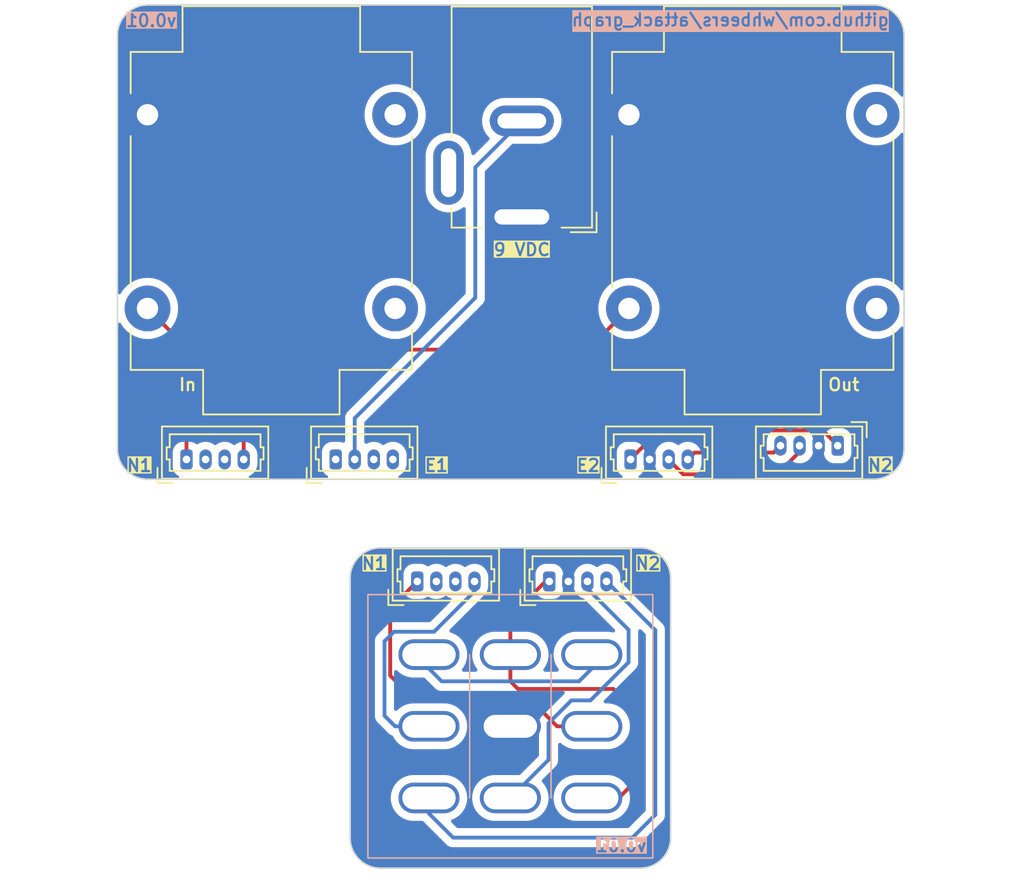
<source format=kicad_pcb>
(kicad_pcb (version 20221018) (generator pcbnew)
  (title_block (title "Attack Graph - Edge and Node") (date "2023-03-01") (rev "v0.01") (comment 1 "github.com/whbeers/attack_graph"))
  (layers (0 "F.Cu" signal) (31 "B.Cu" signal) (36 "B.SilkS" user "B.Silkscreen") (37 "F.SilkS" user "F.Silkscreen") (38 "B.Mask" user) (39 "F.Mask" user) (44 "Edge.Cuts" user))
  (net 0 "")
  (net 1 "/DC_SHIELD")
  (net 2 "Net-(SW1A-A1)")
  (net 3 "/GND_EDGE")
  (net 4 "/INPUT_TIP_EDGE")
  (net 5 "/OUTPUT_TIP_EDGE")
  (net 6 "/EFFECT_INPUT_EDGE")
  (net 7 "/FS_EDGE")
  (net 8 "/EFFECT_OUTPUT_EDGE")
  (net 9 "/INPUT_TIP_NODE")
  (net 10 "/OUTPUT_TIP_NODE")
  (net 11 "/EFFECT_INPUT_NODE")
  (net 12 "/GND_NODE")
  (net 13 "/FS_NODE")
  (net 14 "/EFFECT_OUTPUT_NODE")
  (footprint "Connector_Molex:Molex_PicoBlade_53047-0410_1x04_P1.25mm_Vertical" (layer "F.Cu") (at 62.15 44.25 180)
    (fp_text reference "J7")
    (fp_text value "Edge/Node Connector 2 (Edge Side)")
    (fp_text user "N2 " (at -3.1 -1.3 unlocked) (layer "F.SilkS" knockout) (effects (font (size 0.8 0.8))))
    (fp_line (start -1.9 1.55) (end -1.9 0.55) (stroke (width 0.12)) (layer "F.SilkS"))
    (fp_line (start -1.9 1.55) (end -0.9 1.55) (stroke (width 0.12)) (layer "F.SilkS"))
    (fp_line (start -1.61 -2.16) (end -1.61 1.26) (stroke (width 0.12)) (layer "F.SilkS"))
    (fp_line (start -1.61 1.26) (end 5.36 1.26) (stroke (width 0.12)) (layer "F.SilkS"))
    (fp_line (start -1.3 -0.8) (end -1.1 -0.8) (stroke (width 0.12)) (layer "F.SilkS"))
    (fp_line (start -1.3 0) (end -1.3 -0.8) (stroke (width 0.12)) (layer "F.SilkS"))
    (fp_line (start -1.1 -1.65) (end 1.875 -1.65) (stroke (width 0.12)) (layer "F.SilkS"))
    (fp_line (start -1.1 -0.8) (end -1.1 -1.65) (stroke (width 0.12)) (layer "F.SilkS"))
    (fp_line (start -1.1 0) (end -1.3 0) (stroke (width 0.12)) (layer "F.SilkS"))
    (fp_line (start -1.1 0.75) (end -1.1 0) (stroke (width 0.12)) (layer "F.SilkS"))
    (fp_line (start 1.875 0.75) (end -1.1 0.75) (stroke (width 0.12)) (layer "F.SilkS"))
    (fp_line (start 1.875 0.75) (end 4.85 0.75) (stroke (width 0.12)) (layer "F.SilkS"))
    (fp_line (start 4.85 -1.65) (end 1.875 -1.65) (stroke (width 0.12)) (layer "F.SilkS"))
    (fp_line (start 4.85 -0.8) (end 4.85 -1.65) (stroke (width 0.12)) (layer "F.SilkS"))
    (fp_line (start 4.85 0) (end 5.05 0) (stroke (width 0.12)) (layer "F.SilkS"))
    (fp_line (start 4.85 0.75) (end 4.85 0) (stroke (width 0.12)) (layer "F.SilkS"))
    (fp_line (start 5.05 -0.8) (end 4.85 -0.8) (stroke (width 0.12)) (layer "F.SilkS"))
    (fp_line (start 5.05 0) (end 5.05 -0.8) (stroke (width 0.12)) (layer "F.SilkS"))
    (fp_line (start 5.36 -2.16) (end -1.61 -2.16) (stroke (width 0.12)) (layer "F.SilkS"))
    (fp_line (start 5.36 1.26) (end 5.36 -2.16) (stroke (width 0.12)) (layer "F.SilkS"))
    (pad "1" thru_hole roundrect (at 0 0 180) (size 0.8 1.3) (drill 0.5) (layers "*.Cu" "*.Mask") (net 6 "/EFFECT_INPUT_EDGE"))
    (pad "2" thru_hole oval (at 1.25 0 180) (size 0.8 1.3) (drill 0.5) (layers "*.Cu" "*.Mask") (net 3 "/GND_EDGE"))
    (pad "3" thru_hole oval (at 2.5 0 180) (size 0.8 1.3) (drill 0.5) (layers "*.Cu" "*.Mask") (net 7 "/FS_EDGE"))
    (pad "4" thru_hole oval (at 3.75 0 180) (size 0.8 1.3) (drill 0.5) (layers "*.Cu" "*.Mask") (net 8 "/EFFECT_OUTPUT_EDGE"))
  )
  (footprint "Connector_Audio:Jack_6.35mm_Neutrik_NMJ4HCD2_Horizontal" (layer "F.Cu") (at 16.92 35.25 90)
    (fp_text reference "J1")
    (fp_text value "In" (at -5 2.63 180) (layer "F.SilkS" knockout) (effects (font (size 0.8 0.8))))
    (fp_line (start -6.95 3.645) (end -4.03 3.645) (stroke (width 0.12)) (layer "F.SilkS"))
    (fp_line (start -6.95 12.545) (end -6.95 3.645) (stroke (width 0.12)) (layer "F.SilkS"))
    (fp_line (start -6.95 12.585) (end -4.03 12.585) (stroke (width 0.12)) (layer "F.SilkS"))
    (fp_line (start -4.03 -1.105) (end -1.4 -1.105) (stroke (width 0.12)) (layer "F.SilkS"))
    (fp_line (start -4.03 3.645) (end -4.03 -1.105) (stroke (width 0.12)) (layer "F.SilkS"))
    (fp_line (start -4.03 17.335) (end -4.03 12.585) (stroke (width 0.12)) (layer "F.SilkS"))
    (fp_line (start -1.4 17.335) (end -4.03 17.335) (stroke (width 0.12)) (layer "F.SilkS"))
    (fp_line (start 1.4 -1.105) (end 11.3 -1.105) (stroke (width 0.12)) (layer "F.SilkS"))
    (fp_line (start 11.3 17.335) (end 1.4 17.335) (stroke (width 0.12)) (layer "F.SilkS"))
    (fp_line (start 16.82 -1.105) (end 14.1 -1.105) (stroke (width 0.12)) (layer "F.SilkS"))
    (fp_line (start 16.82 2.295) (end 16.82 -1.105) (stroke (width 0.12)) (layer "F.SilkS"))
    (fp_line (start 16.82 2.295) (end 19.82 2.295) (stroke (width 0.12)) (layer "F.SilkS"))
    (fp_line (start 16.82 13.935) (end 19.82 13.935) (stroke (width 0.12)) (layer "F.SilkS"))
    (fp_line (start 16.82 17.335) (end 14.1 17.335) (stroke (width 0.12)) (layer "F.SilkS"))
    (fp_line (start 16.82 17.335) (end 16.82 13.935) (stroke (width 0.12)) (layer "F.SilkS"))
    (fp_line (start 19.82 13.935) (end 19.82 2.295) (stroke (width 0.12)) (layer "F.SilkS"))
    (pad "S" thru_hole circle (at 12.7 0 90) (size 3 3) (drill 1.4) (layers "*.Cu" "*.Mask") (net 3 "/GND_EDGE"))
    (pad "SN" thru_hole circle (at 12.7 16.23 90) (size 3 3) (drill 1.4) (layers "*.Cu" "*.Mask"))
    (pad "T" thru_hole circle (at 0 0 90) (size 3 3) (drill 1.4) (layers "*.Cu" "*.Mask") (net 4 "/INPUT_TIP_EDGE"))
    (pad "TN" thru_hole circle (at 0 16.23 90) (size 3 3) (drill 1.4) (layers "*.Cu" "*.Mask"))
  )
  (footprint "Connector_Molex:Molex_PicoBlade_53047-0410_1x04_P1.25mm_Vertical" (layer "F.Cu") (at 48.575 45.15)
    (fp_text reference "J5")
    (fp_text value "Edge/Effect Connector 2 (Edge Side)")
    (fp_text user "E2" (at -2.775 0.4 unlocked) (layer "F.SilkS" knockout) (effects (font (size 0.8 0.8))))
    (fp_line (start -1.9 1.55) (end -1.9 0.55) (stroke (width 0.12)) (layer "F.SilkS"))
    (fp_line (start -1.9 1.55) (end -0.9 1.55) (stroke (width 0.12)) (layer "F.SilkS"))
    (fp_line (start -1.61 -2.16) (end -1.61 1.26) (stroke (width 0.12)) (layer "F.SilkS"))
    (fp_line (start -1.61 1.26) (end 5.36 1.26) (stroke (width 0.12)) (layer "F.SilkS"))
    (fp_line (start -1.3 -0.8) (end -1.1 -0.8) (stroke (width 0.12)) (layer "F.SilkS"))
    (fp_line (start -1.3 0) (end -1.3 -0.8) (stroke (width 0.12)) (layer "F.SilkS"))
    (fp_line (start -1.1 -1.65) (end 1.875 -1.65) (stroke (width 0.12)) (layer "F.SilkS"))
    (fp_line (start -1.1 -0.8) (end -1.1 -1.65) (stroke (width 0.12)) (layer "F.SilkS"))
    (fp_line (start -1.1 0) (end -1.3 0) (stroke (width 0.12)) (layer "F.SilkS"))
    (fp_line (start -1.1 0.75) (end -1.1 0) (stroke (width 0.12)) (layer "F.SilkS"))
    (fp_line (start 1.875 0.75) (end -1.1 0.75) (stroke (width 0.12)) (layer "F.SilkS"))
    (fp_line (start 1.875 0.75) (end 4.85 0.75) (stroke (width 0.12)) (layer "F.SilkS"))
    (fp_line (start 4.85 -1.65) (end 1.875 -1.65) (stroke (width 0.12)) (layer "F.SilkS"))
    (fp_line (start 4.85 -0.8) (end 4.85 -1.65) (stroke (width 0.12)) (layer "F.SilkS"))
    (fp_line (start 4.85 0) (end 5.05 0) (stroke (width 0.12)) (layer "F.SilkS"))
    (fp_line (start 4.85 0.75) (end 4.85 0) (stroke (width 0.12)) (layer "F.SilkS"))
    (fp_line (start 5.05 -0.8) (end 4.85 -0.8) (stroke (width 0.12)) (layer "F.SilkS"))
    (fp_line (start 5.05 0) (end 5.05 -0.8) (stroke (width 0.12)) (layer "F.SilkS"))
    (fp_line (start 5.36 -2.16) (end -1.61 -2.16) (stroke (width 0.12)) (layer "F.SilkS"))
    (fp_line (start 5.36 1.26) (end 5.36 -2.16) (stroke (width 0.12)) (layer "F.SilkS"))
    (pad "1" thru_hole roundrect (at 0 0) (size 0.8 1.3) (drill 0.5) (layers "*.Cu" "*.Mask") (net 6 "/EFFECT_INPUT_EDGE"))
    (pad "2" thru_hole oval (at 1.25 0) (size 0.8 1.3) (drill 0.5) (layers "*.Cu" "*.Mask") (net 3 "/GND_EDGE"))
    (pad "3" thru_hole oval (at 2.5 0) (size 0.8 1.3) (drill 0.5) (layers "*.Cu" "*.Mask") (net 7 "/FS_EDGE"))
    (pad "4" thru_hole oval (at 3.75 0) (size 0.8 1.3) (drill 0.5) (layers "*.Cu" "*.Mask") (net 8 "/EFFECT_OUTPUT_EDGE"))
  )
  (footprint "Connector_BarrelJack:BarrelJack_GCT_DCJ200-10-A_Horizontal" (layer "F.Cu") (at 41.45 29.25 180)
    (fp_text reference "J3")
    (fp_text value "DC Power")
    (fp_text user "9 VDC" (at 0 -2.15 180) (layer "F.SilkS" knockout) (effects (font (size 0.8 0.8))))
    (fp_line (start -4.9 -1) (end -4.9 0.3) (stroke (width 0.12)) (layer "F.SilkS"))
    (fp_line (start -4.6 -0.7) (end -2.6 -0.7) (stroke (width 0.12)) (layer "F.SilkS"))
    (fp_line (start -4.6 13.8) (end -4.6 -0.7) (stroke (width 0.12)) (layer "F.SilkS"))
    (fp_line (start -3.2 -1) (end -4.9 -1) (stroke (width 0.12)) (layer "F.SilkS"))
    (fp_line (start 2.6 -0.7) (end 4.6 -0.7) (stroke (width 0.12)) (layer "F.SilkS"))
    (fp_line (start 4.6 -0.7) (end 4.6 0.6) (stroke (width 0.12)) (layer "F.SilkS"))
    (fp_line (start 4.6 5.2) (end 4.6 13.8) (stroke (width 0.12)) (layer "F.SilkS"))
    (fp_line (start 4.6 13.8) (end -4.6 13.8) (stroke (width 0.12)) (layer "F.SilkS"))
    (pad "1" thru_hole rect (at 0 0 180) (size 4.6 2) (drill oval 3.6 1) (layers "*.Cu" "*.Mask") (net 3 "/GND_EDGE"))
    (pad "2" thru_hole oval (at 0 6.3 180) (size 4.2 2) (drill oval 3.2 1) (layers "*.Cu" "*.Mask") (net 1 "/DC_SHIELD"))
    (pad "3" thru_hole oval (at 4.8 2.9 180) (size 2 4.2) (drill oval 1 3.2) (layers "*.Cu" "*.Mask"))
  )
  (footprint "Connector_Molex:Molex_PicoBlade_53047-0410_1x04_P1.25mm_Vertical" (layer "F.Cu") (at 29.25 45.15)
    (fp_text reference "J4")
    (fp_text value "Edge/Effect Connector 1 (Edge Side)")
    (fp_text user "E1" (at 6.6 0.4 unlocked) (layer "F.SilkS" knockout) (effects (font (size 0.8 0.8))))
    (fp_line (start -1.9 1.55) (end -1.9 0.55) (stroke (width 0.12)) (layer "F.SilkS"))
    (fp_line (start -1.9 1.55) (end -0.9 1.55) (stroke (width 0.12)) (layer "F.SilkS"))
    (fp_line (start -1.61 -2.16) (end -1.61 1.26) (stroke (width 0.12)) (layer "F.SilkS"))
    (fp_line (start -1.61 1.26) (end 5.36 1.26) (stroke (width 0.12)) (layer "F.SilkS"))
    (fp_line (start -1.3 -0.8) (end -1.1 -0.8) (stroke (width 0.12)) (layer "F.SilkS"))
    (fp_line (start -1.3 0) (end -1.3 -0.8) (stroke (width 0.12)) (layer "F.SilkS"))
    (fp_line (start -1.1 -1.65) (end 1.875 -1.65) (stroke (width 0.12)) (layer "F.SilkS"))
    (fp_line (start -1.1 -0.8) (end -1.1 -1.65) (stroke (width 0.12)) (layer "F.SilkS"))
    (fp_line (start -1.1 0) (end -1.3 0) (stroke (width 0.12)) (layer "F.SilkS"))
    (fp_line (start -1.1 0.75) (end -1.1 0) (stroke (width 0.12)) (layer "F.SilkS"))
    (fp_line (start 1.875 0.75) (end -1.1 0.75) (stroke (width 0.12)) (layer "F.SilkS"))
    (fp_line (start 1.875 0.75) (end 4.85 0.75) (stroke (width 0.12)) (layer "F.SilkS"))
    (fp_line (start 4.85 -1.65) (end 1.875 -1.65) (stroke (width 0.12)) (layer "F.SilkS"))
    (fp_line (start 4.85 -0.8) (end 4.85 -1.65) (stroke (width 0.12)) (layer "F.SilkS"))
    (fp_line (start 4.85 0) (end 5.05 0) (stroke (width 0.12)) (layer "F.SilkS"))
    (fp_line (start 4.85 0.75) (end 4.85 0) (stroke (width 0.12)) (layer "F.SilkS"))
    (fp_line (start 5.05 -0.8) (end 4.85 -0.8) (stroke (width 0.12)) (layer "F.SilkS"))
    (fp_line (start 5.05 0) (end 5.05 -0.8) (stroke (width 0.12)) (layer "F.SilkS"))
    (fp_line (start 5.36 -2.16) (end -1.61 -2.16) (stroke (width 0.12)) (layer "F.SilkS"))
    (fp_line (start 5.36 1.26) (end 5.36 -2.16) (stroke (width 0.12)) (layer "F.SilkS"))
    (pad "1" thru_hole roundrect (at 0 0) (size 0.8 1.3) (drill 0.5) (layers "*.Cu" "*.Mask"))
    (pad "2" thru_hole oval (at 1.25 0) (size 0.8 1.3) (drill 0.5) (layers "*.Cu" "*.Mask") (net 1 "/DC_SHIELD"))
    (pad "3" thru_hole oval (at 2.5 0) (size 0.8 1.3) (drill 0.5) (layers "*.Cu" "*.Mask"))
    (pad "4" thru_hole oval (at 3.75 0) (size 0.8 1.3) (drill 0.5) (layers "*.Cu" "*.Mask"))
  )
  (footprint "Connector_Molex:Molex_PicoBlade_53047-0410_1x04_P1.25mm_Vertical" (layer "F.Cu") (at 19.475 45.15)
    (fp_text reference "J6")
    (fp_text value "Edge/Node Connector 1 (Edge Side)")
    (fp_text user " N1" (at -3.4 0.4 unlocked) (layer "F.SilkS" knockout) (effects (font (size 0.8 0.8))))
    (fp_line (start -1.9 1.55) (end -1.9 0.55) (stroke (width 0.12)) (layer "F.SilkS"))
    (fp_line (start -1.9 1.55) (end -0.9 1.55) (stroke (width 0.12)) (layer "F.SilkS"))
    (fp_line (start -1.61 -2.16) (end -1.61 1.26) (stroke (width 0.12)) (layer "F.SilkS"))
    (fp_line (start -1.61 1.26) (end 5.36 1.26) (stroke (width 0.12)) (layer "F.SilkS"))
    (fp_line (start -1.3 -0.8) (end -1.1 -0.8) (stroke (width 0.12)) (layer "F.SilkS"))
    (fp_line (start -1.3 0) (end -1.3 -0.8) (stroke (width 0.12)) (layer "F.SilkS"))
    (fp_line (start -1.1 -1.65) (end 1.875 -1.65) (stroke (width 0.12)) (layer "F.SilkS"))
    (fp_line (start -1.1 -0.8) (end -1.1 -1.65) (stroke (width 0.12)) (layer "F.SilkS"))
    (fp_line (start -1.1 0) (end -1.3 0) (stroke (width 0.12)) (layer "F.SilkS"))
    (fp_line (start -1.1 0.75) (end -1.1 0) (stroke (width 0.12)) (layer "F.SilkS"))
    (fp_line (start 1.875 0.75) (end -1.1 0.75) (stroke (width 0.12)) (layer "F.SilkS"))
    (fp_line (start 1.875 0.75) (end 4.85 0.75) (stroke (width 0.12)) (layer "F.SilkS"))
    (fp_line (start 4.85 -1.65) (end 1.875 -1.65) (stroke (width 0.12)) (layer "F.SilkS"))
    (fp_line (start 4.85 -0.8) (end 4.85 -1.65) (stroke (width 0.12)) (layer "F.SilkS"))
    (fp_line (start 4.85 0) (end 5.05 0) (stroke (width 0.12)) (layer "F.SilkS"))
    (fp_line (start 4.85 0.75) (end 4.85 0) (stroke (width 0.12)) (layer "F.SilkS"))
    (fp_line (start 5.05 -0.8) (end 4.85 -0.8) (stroke (width 0.12)) (layer "F.SilkS"))
    (fp_line (start 5.05 0) (end 5.05 -0.8) (stroke (width 0.12)) (layer "F.SilkS"))
    (fp_line (start 5.36 -2.16) (end -1.61 -2.16) (stroke (width 0.12)) (layer "F.SilkS"))
    (fp_line (start 5.36 1.26) (end 5.36 -2.16) (stroke (width 0.12)) (layer "F.SilkS"))
    (pad "1" thru_hole roundrect (at 0 0) (size 0.8 1.3) (drill 0.5) (layers "*.Cu" "*.Mask") (net 4 "/INPUT_TIP_EDGE"))
    (pad "2" thru_hole oval (at 1.25 0) (size 0.8 1.3) (drill 0.5) (layers "*.Cu" "*.Mask"))
    (pad "3" thru_hole oval (at 2.5 0) (size 0.8 1.3) (drill 0.5) (layers "*.Cu" "*.Mask"))
    (pad "4" thru_hole oval (at 3.75 0) (size 0.8 1.3) (drill 0.5) (layers "*.Cu" "*.Mask") (net 5 "/OUTPUT_TIP_EDGE"))
  )
  (footprint "Connector_Molex:Molex_PicoBlade_53047-0410_1x04_P1.25mm_Vertical" (layer "F.Cu") (at 43.25 53.15)
    (fp_text reference "J9")
    (fp_text value "Edge/Node Connector 2 (Node Side)")
    (fp_text user "N2 " (at 6.775 -0.7 unlocked) (layer "F.SilkS" knockout) (effects (font (size 0.8 0.8)) (justify bottom)))
    (fp_line (start -1.9 1.55) (end -1.9 0.55) (stroke (width 0.12)) (layer "F.SilkS"))
    (fp_line (start -1.9 1.55) (end -0.9 1.55) (stroke (width 0.12)) (layer "F.SilkS"))
    (fp_line (start -1.61 -2.16) (end -1.61 1.26) (stroke (width 0.12)) (layer "F.SilkS"))
    (fp_line (start -1.61 1.26) (end 5.36 1.26) (stroke (width 0.12)) (layer "F.SilkS"))
    (fp_line (start -1.3 -0.8) (end -1.1 -0.8) (stroke (width 0.12)) (layer "F.SilkS"))
    (fp_line (start -1.3 0) (end -1.3 -0.8) (stroke (width 0.12)) (layer "F.SilkS"))
    (fp_line (start -1.1 -1.65) (end 1.875 -1.65) (stroke (width 0.12)) (layer "F.SilkS"))
    (fp_line (start -1.1 -0.8) (end -1.1 -1.65) (stroke (width 0.12)) (layer "F.SilkS"))
    (fp_line (start -1.1 0) (end -1.3 0) (stroke (width 0.12)) (layer "F.SilkS"))
    (fp_line (start -1.1 0.75) (end -1.1 0) (stroke (width 0.12)) (layer "F.SilkS"))
    (fp_line (start 1.875 0.75) (end -1.1 0.75) (stroke (width 0.12)) (layer "F.SilkS"))
    (fp_line (start 1.875 0.75) (end 4.85 0.75) (stroke (width 0.12)) (layer "F.SilkS"))
    (fp_line (start 4.85 -1.65) (end 1.875 -1.65) (stroke (width 0.12)) (layer "F.SilkS"))
    (fp_line (start 4.85 -0.8) (end 4.85 -1.65) (stroke (width 0.12)) (layer "F.SilkS"))
    (fp_line (start 4.85 0) (end 5.05 0) (stroke (width 0.12)) (layer "F.SilkS"))
    (fp_line (start 4.85 0.75) (end 4.85 0) (stroke (width 0.12)) (layer "F.SilkS"))
    (fp_line (start 5.05 -0.8) (end 4.85 -0.8) (stroke (width 0.12)) (layer "F.SilkS"))
    (fp_line (start 5.05 0) (end 5.05 -0.8) (stroke (width 0.12)) (layer "F.SilkS"))
    (fp_line (start 5.36 -2.16) (end -1.61 -2.16) (stroke (width 0.12)) (layer "F.SilkS"))
    (fp_line (start 5.36 1.26) (end 5.36 -2.16) (stroke (width 0.12)) (layer "F.SilkS"))
    (pad "1" thru_hole roundrect (at 0 0) (size 0.8 1.3) (drill 0.5) (layers "*.Cu" "*.Mask") (net 11 "/EFFECT_INPUT_NODE"))
    (pad "2" thru_hole oval (at 1.25 0) (size 0.8 1.3) (drill 0.5) (layers "*.Cu" "*.Mask") (net 12 "/GND_NODE"))
    (pad "3" thru_hole oval (at 2.5 0) (size 0.8 1.3) (drill 0.5) (layers "*.Cu" "*.Mask") (net 13 "/FS_NODE"))
    (pad "4" thru_hole oval (at 3.75 0) (size 0.8 1.3) (drill 0.5) (layers "*.Cu" "*.Mask") (net 14 "/EFFECT_OUTPUT_NODE"))
  )
  (footprint "Connector_Molex:Molex_PicoBlade_53047-0410_1x04_P1.25mm_Vertical" (layer "F.Cu") (at 34.6 53.15)
    (fp_text reference "J8")
    (fp_text value "Edge/Node Connector 1 (Node Side)")
    (fp_text user " N1" (at -3.125 -0.7 unlocked) (layer "F.SilkS" knockout) (effects (font (size 0.8 0.8)) (justify bottom)))
    (fp_line (start -1.9 1.55) (end -1.9 0.55) (stroke (width 0.12)) (layer "F.SilkS"))
    (fp_line (start -1.9 1.55) (end -0.9 1.55) (stroke (width 0.12)) (layer "F.SilkS"))
    (fp_line (start -1.61 -2.16) (end -1.61 1.26) (stroke (width 0.12)) (layer "F.SilkS"))
    (fp_line (start -1.61 1.26) (end 5.36 1.26) (stroke (width 0.12)) (layer "F.SilkS"))
    (fp_line (start -1.3 -0.8) (end -1.1 -0.8) (stroke (width 0.12)) (layer "F.SilkS"))
    (fp_line (start -1.3 0) (end -1.3 -0.8) (stroke (width 0.12)) (layer "F.SilkS"))
    (fp_line (start -1.1 -1.65) (end 1.875 -1.65) (stroke (width 0.12)) (layer "F.SilkS"))
    (fp_line (start -1.1 -0.8) (end -1.1 -1.65) (stroke (width 0.12)) (layer "F.SilkS"))
    (fp_line (start -1.1 0) (end -1.3 0) (stroke (width 0.12)) (layer "F.SilkS"))
    (fp_line (start -1.1 0.75) (end -1.1 0) (stroke (width 0.12)) (layer "F.SilkS"))
    (fp_line (start 1.875 0.75) (end -1.1 0.75) (stroke (width 0.12)) (layer "F.SilkS"))
    (fp_line (start 1.875 0.75) (end 4.85 0.75) (stroke (width 0.12)) (layer "F.SilkS"))
    (fp_line (start 4.85 -1.65) (end 1.875 -1.65) (stroke (width 0.12)) (layer "F.SilkS"))
    (fp_line (start 4.85 -0.8) (end 4.85 -1.65) (stroke (width 0.12)) (layer "F.SilkS"))
    (fp_line (start 4.85 0) (end 5.05 0) (stroke (width 0.12)) (layer "F.SilkS"))
    (fp_line (start 4.85 0.75) (end 4.85 0) (stroke (width 0.12)) (layer "F.SilkS"))
    (fp_line (start 5.05 -0.8) (end 4.85 -0.8) (stroke (width 0.12)) (layer "F.SilkS"))
    (fp_line (start 5.05 0) (end 5.05 -0.8) (stroke (width 0.12)) (layer "F.SilkS"))
    (fp_line (start 5.36 -2.16) (end -1.61 -2.16) (stroke (width 0.12)) (layer "F.SilkS"))
    (fp_line (start 5.36 1.26) (end 5.36 -2.16) (stroke (width 0.12)) (layer "F.SilkS"))
    (pad "1" thru_hole roundrect (at 0 0) (size 0.8 1.3) (drill 0.5) (layers "*.Cu" "*.Mask") (net 9 "/INPUT_TIP_NODE"))
    (pad "2" thru_hole oval (at 1.25 0) (size 0.8 1.3) (drill 0.5) (layers "*.Cu" "*.Mask"))
    (pad "3" thru_hole oval (at 2.5 0) (size 0.8 1.3) (drill 0.5) (layers "*.Cu" "*.Mask"))
    (pad "4" thru_hole oval (at 3.75 0) (size 0.8 1.3) (drill 0.5) (layers "*.Cu" "*.Mask") (net 10 "/OUTPUT_TIP_NODE"))
  )
  (footprint "Connector_Audio:Jack_6.35mm_Neutrik_NMJ4HCD2_Horizontal" (layer "F.Cu") (at 48.47 35.25 90)
    (fp_text reference "J2")
    (fp_text value "Out" (at -5 14.08 180) (layer "F.SilkS" knockout) (effects (font (size 0.8 0.8))))
    (fp_line (start -6.95 3.645) (end -4.03 3.645) (stroke (width 0.12)) (layer "F.SilkS"))
    (fp_line (start -6.95 12.545) (end -6.95 3.645) (stroke (width 0.12)) (layer "F.SilkS"))
    (fp_line (start -6.95 12.585) (end -4.03 12.585) (stroke (width 0.12)) (layer "F.SilkS"))
    (fp_line (start -4.03 -1.105) (end -1.4 -1.105) (stroke (width 0.12)) (layer "F.SilkS"))
    (fp_line (start -4.03 3.645) (end -4.03 -1.105) (stroke (width 0.12)) (layer "F.SilkS"))
    (fp_line (start -4.03 17.335) (end -4.03 12.585) (stroke (width 0.12)) (layer "F.SilkS"))
    (fp_line (start -1.4 17.335) (end -4.03 17.335) (stroke (width 0.12)) (layer "F.SilkS"))
    (fp_line (start 1.4 -1.105) (end 11.3 -1.105) (stroke (width 0.12)) (layer "F.SilkS"))
    (fp_line (start 11.3 17.335) (end 1.4 17.335) (stroke (width 0.12)) (layer "F.SilkS"))
    (fp_line (start 16.82 -1.105) (end 14.1 -1.105) (stroke (width 0.12)) (layer "F.SilkS"))
    (fp_line (start 16.82 2.295) (end 16.82 -1.105) (stroke (width 0.12)) (layer "F.SilkS"))
    (fp_line (start 16.82 2.295) (end 19.82 2.295) (stroke (width 0.12)) (layer "F.SilkS"))
    (fp_line (start 16.82 13.935) (end 19.82 13.935) (stroke (width 0.12)) (layer "F.SilkS"))
    (fp_line (start 16.82 17.335) (end 14.1 17.335) (stroke (width 0.12)) (layer "F.SilkS"))
    (fp_line (start 16.82 17.335) (end 16.82 13.935) (stroke (width 0.12)) (layer "F.SilkS"))
    (fp_line (start 19.82 13.935) (end 19.82 2.295) (stroke (width 0.12)) (layer "F.SilkS"))
    (pad "S" thru_hole circle (at 12.7 0 90) (size 3 3) (drill 1.4) (layers "*.Cu" "*.Mask") (net 3 "/GND_EDGE"))
    (pad "SN" thru_hole circle (at 12.7 16.23 90) (size 3 3) (drill 1.4) (layers "*.Cu" "*.Mask"))
    (pad "T" thru_hole circle (at 0 0 90) (size 3 3) (drill 1.4) (layers "*.Cu" "*.Mask") (net 5 "/OUTPUT_TIP_EDGE"))
    (pad "TN" thru_hole circle (at 0 16.23 90) (size 3 3) (drill 1.4) (layers "*.Cu" "*.Mask"))
  )
  (footprint "attack_graph:SW_3PDT_SOLDER_LUGS" (layer "B.Cu") (at 40.7 62.649 180)
    (fp_text reference "SW1")
    (fp_text value "Footswitch")
    (fp_line (start -2.667 4.699) (end -2.667 -4.699) (stroke (width 0.1)) (layer "B.SilkS"))
    (fp_line (start 2.667 4.699) (end 2.667 -4.699) (stroke (width 0.1)) (layer "B.SilkS"))
    (fp_rect (start -9.3345 8.636) (end 9.3345 -8.636) (stroke (width 0.1)) (fill none) (layer "B.SilkS"))
    (pad "1" thru_hole oval (at -5.334 4.699 180) (size 4 2) (drill oval 3.5 1.5) (layers "*.Cu" "*.Mask") (net 2 "Net-(SW1A-A1)"))
    (pad "2" thru_hole oval (at -5.334 0 180) (size 4 2) (drill oval 3.5 1.5) (layers "*.Cu" "*.Mask") (net 9 "/INPUT_TIP_NODE"))
    (pad "3" thru_hole oval (at -5.334 -4.699 180) (size 4 2) (drill oval 3.5 1.5) (layers "*.Cu" "*.Mask") (net 11 "/EFFECT_INPUT_NODE"))
    (pad "4" thru_hole oval (at 0 4.699 180) (size 4 2) (drill oval 3.5 1.5) (layers "*.Cu" "*.Mask") (net 11 "/EFFECT_INPUT_NODE"))
    (pad "5" thru_hole oval (at 0 0 180) (size 4 2) (drill oval 3.5 1.5) (layers "*.Cu" "*.Mask") (net 12 "/GND_NODE"))
    (pad "6" thru_hole oval (at 0 -4.699 180) (size 4 2) (drill oval 3.5 1.5) (layers "*.Cu" "*.Mask") (net 13 "/FS_NODE"))
    (pad "7" thru_hole oval (at 5.334 4.699 180) (size 4 2) (drill oval 3.5 1.5) (layers "*.Cu" "*.Mask") (net 2 "Net-(SW1A-A1)"))
    (pad "8" thru_hole oval (at 5.334 0 180) (size 4 2) (drill oval 3.5 1.5) (layers "*.Cu" "*.Mask") (net 10 "/OUTPUT_TIP_NODE"))
    (pad "9" thru_hole oval (at 5.334 -4.699 180) (size 4 2) (drill oval 3.5 1.5) (layers "*.Cu" "*.Mask") (net 14 "/EFFECT_OUTPUT_NODE"))
  )
  (gr_line (start 16.95 15.35) (end 64.5 15.35) (stroke (width 0.1)) (layer "Edge.Cuts"))
  (gr_arc (start 51.2 69.95) (mid 50.614214 71.364214) (end 49.2 71.95) (stroke (width 0.1)) (layer "Edge.Cuts"))
  (gr_line (start 14.95 44.45) (end 14.95 17.35) (stroke (width 0.1)) (layer "Edge.Cuts"))
  (gr_arc (start 30.2 52.95) (mid 30.785786 51.535786) (end 32.2 50.95) (stroke (width 0.1)) (layer "Edge.Cuts"))
  (gr_arc (start 64.5 15.35) (mid 65.914214 15.935786) (end 66.5 17.35) (stroke (width 0.1)) (layer "Edge.Cuts"))
  (gr_arc (start 66.5 44.45) (mid 65.914214 45.864214) (end 64.5 46.45) (stroke (width 0.1)) (layer "Edge.Cuts"))
  (gr_line (start 30.2 52.95) (end 30.2 69.95) (stroke (width 0.1)) (layer "Edge.Cuts"))
  (gr_arc (start 32.2 71.95) (mid 30.785786 71.364214) (end 30.2 69.95) (stroke (width 0.1)) (layer "Edge.Cuts"))
  (gr_line (start 64.5 46.45) (end 16.95 46.45) (stroke (width 0.1)) (layer "Edge.Cuts"))
  (gr_arc (start 14.95 17.35) (mid 15.535786 15.935786) (end 16.95 15.35) (stroke (width 0.1)) (layer "Edge.Cuts"))
  (gr_line (start 32.2 50.95) (end 49.2 50.95) (stroke (width 0.1)) (layer "Edge.Cuts"))
  (gr_line (start 32.2 71.95) (end 49.2 71.95) (stroke (width 0.1)) (layer "Edge.Cuts"))
  (gr_arc (start 49.2 50.95) (mid 50.614214 51.535786) (end 51.2 52.95) (stroke (width 0.1)) (layer "Edge.Cuts"))
  (gr_line (start 51.2 52.95) (end 51.2 69.95) (stroke (width 0.1)) (layer "Edge.Cuts"))
  (gr_arc (start 16.95 46.45) (mid 15.535786 45.864214) (end 14.95 44.45) (stroke (width 0.1)) (layer "Edge.Cuts"))
  (gr_line (start 66.5 17.35) (end 66.5 44.45) (stroke (width 0.1)) (layer "Edge.Cuts"))
  (gr_text "${REVISION}" (at 49.7 70.95) (layer "B.SilkS" knockout) (effects (font (size 0.8 0.8)) (justify left bottom mirror)))
  (gr_text " ${COMMENT1}" (at 66.2 16.8) (layer "B.SilkS" knockout) (effects (font (size 0.8 0.8)) (justify left bottom mirror)))
  (gr_text "${REVISION} " (at 18.9 16.85) (layer "B.SilkS" knockout) (effects (font (size 0.8 0.8)) (justify left bottom mirror)))
  (segment (start 30.5 45.15) (end 30.5 42.45) (width 0.25) (layer "B.Cu") (net 1))
  (segment (start 30.5 42.45) (end 38.4 34.55) (width 0.25) (layer "B.Cu") (net 1))
  (segment (start 38.4 34.55) (end 38.4 26) (width 0.25) (layer "B.Cu") (net 1))
  (segment (start 38.4 26) (end 41.45 22.95) (width 0.25) (layer "B.Cu") (net 1))
  (segment (start 35.366 58.866) (end 35.366 57.95) (width 0.25) (layer "B.Cu") (net 2))
  (segment (start 45.2 59.7) (end 36.2 59.7) (width 0.25) (layer "B.Cu") (net 2))
  (segment (start 36.2 59.7) (end 35.366 58.866) (width 0.25) (layer "B.Cu") (net 2))
  (segment (start 46.034 58.866) (end 45.2 59.7) (width 0.25) (layer "B.Cu") (net 2))
  (segment (start 46.034 57.95) (end 46.034 58.866) (width 0.25) (layer "B.Cu") (net 2))
  (segment (start 49.7 43.074695) (end 49.7 43.1) (width 0.25) (layer "B.Cu") (net 3))
  (segment (start 19.475 45.15) (end 19.475 37.805) (width 0.25) (layer "F.Cu") (net 4))
  (segment (start 19.475 37.805) (end 16.92 35.25) (width 0.25) (layer "F.Cu") (net 4))
  (segment (start 48.47 35.25) (end 45.77 37.95) (width 0.25) (layer "F.Cu") (net 5))
  (segment (start 26.6 37.95) (end 23.225 41.325) (width 0.25) (layer "F.Cu") (net 5))
  (segment (start 45.77 37.95) (end 26.6 37.95) (width 0.25) (layer "F.Cu") (net 5))
  (segment (start 23.225 41.325) (end 23.225 45.15) (width 0.25) (layer "F.Cu") (net 5))
  (segment (start 50.449695 43.25) (end 48.575 45.124695) (width 0.25) (layer "F.Cu") (net 6))
  (segment (start 61.175305 43.25) (end 50.449695 43.25) (width 0.25) (layer "F.Cu") (net 6))
  (segment (start 48.575 45.124695) (end 48.575 45.15) (width 0.25) (layer "F.Cu") (net 6))
  (segment (start 62.15 44.25) (end 62.15 44.224695) (width 0.25) (layer "F.Cu") (net 6))
  (segment (start 62.15 44.224695) (end 61.175305 43.25) (width 0.25) (layer "F.Cu") (net 6))
  (segment (start 58.175 46.125) (end 52.024695 46.125) (width 0.25) (layer "F.Cu") (net 7))
  (segment (start 59.65 44.65) (end 58.175 46.125) (width 0.25) (layer "F.Cu") (net 7))
  (segment (start 59.65 44.25) (end 59.65 44.65) (width 0.25) (layer "F.Cu") (net 7))
  (segment (start 52.024695 46.125) (end 51.075 45.175305) (width 0.25) (layer "F.Cu") (net 7))
  (segment (start 51.075 45.175305) (end 51.075 45.15) (width 0.25) (layer "F.Cu") (net 7))
  (segment (start 58.4 44.25) (end 57.95 44.7) (width 0.25) (layer "F.Cu") (net 8))
  (segment (start 52.775 44.7) (end 52.325 45.15) (width 0.25) (layer "F.Cu") (net 8))
  (segment (start 57.95 44.7) (end 52.775 44.7) (width 0.25) (layer "F.Cu") (net 8))
  (segment (start 32.825 54.925) (end 34.6 53.15) (width 0.25) (layer "F.Cu") (net 9))
  (segment (start 42.063604 60.95) (end 34.45 60.95) (width 0.25) (layer "F.Cu") (net 9))
  (segment (start 32.825 59.325) (end 32.825 54.925) (width 0.25) (layer "F.Cu") (net 9))
  (segment (start 34.45 60.95) (end 32.825 59.325) (width 0.25) (layer "F.Cu") (net 9))
  (segment (start 43.762604 62.649) (end 42.063604 60.95) (width 0.25) (layer "F.Cu") (net 9))
  (segment (start 46.034 62.649) (end 43.762604 62.649) (width 0.25) (layer "F.Cu") (net 9))
  (segment (start 33.075 56.45) (end 35.7 56.45) (width 0.25) (layer "B.Cu") (net 10))
  (segment (start 35.366 62.649) (end 33.149 62.649) (width 0.25) (layer "B.Cu") (net 10))
  (segment (start 33.149 62.649) (end 32.45 61.95) (width 0.25) (layer "B.Cu") (net 10))
  (segment (start 35.7 56.45) (end 38.35 53.8) (width 0.25) (layer "B.Cu") (net 10))
  (segment (start 32.45 57.075) (end 33.075 56.45) (width 0.25) (layer "B.Cu") (net 10))
  (segment (start 32.45 61.95) (end 32.45 57.075) (width 0.25) (layer "B.Cu") (net 10))
  (segment (start 38.35 53.8) (end 38.35 53.15) (width 0.25) (layer "B.Cu") (net 10))
  (segment (start 43 53.15) (end 43.25 53.15) (width 0.25) (layer "F.Cu") (net 11))
  (segment (start 47.45 60.2) (end 41.2 60.2) (width 0.25) (layer "F.Cu") (net 11))
  (segment (start 48.7 61.45) (end 47.45 60.2) (width 0.25) (layer "F.Cu") (net 11))
  (segment (start 48.7 66.45) (end 48.7 61.45) (width 0.25) (layer "F.Cu") (net 11))
  (segment (start 40.7 55.45) (end 43 53.15) (width 0.25) (layer "F.Cu") (net 11))
  (segment (start 46.034 67.348) (end 47.802 67.348) (width 0.25) (layer "F.Cu") (net 11))
  (segment (start 47.802 67.348) (end 48.7 66.45) (width 0.25) (layer "F.Cu") (net 11))
  (segment (start 41.2 60.2) (end 40.7 59.7) (width 0.25) (layer "F.Cu") (net 11))
  (segment (start 40.7 57.95) (end 40.7 55.45) (width 0.25) (layer "F.Cu") (net 11))
  (segment (start 40.7 59.7) (end 40.7 57.95) (width 0.25) (layer "F.Cu") (net 11))
  (segment (start 48.45 56.325) (end 45.75 53.625) (width 0.25) (layer "B.Cu") (net 13))
  (segment (start 48.45 58.45) (end 48.45 56.325) (width 0.25) (layer "B.Cu") (net 13))
  (segment (start 45.95 60.95) (end 48.45 58.45) (width 0.25) (layer "B.Cu") (net 13))
  (segment (start 44.7 60.95) (end 45.95 60.95) (width 0.25) (layer "B.Cu") (net 13))
  (segment (start 43.2 62.45) (end 44.7 60.95) (width 0.25) (layer "B.Cu") (net 13))
  (segment (start 45.75 53.625) (end 45.75 53.15) (width 0.25) (layer "B.Cu") (net 13))
  (segment (start 40.7 67.348) (end 43.2 64.848) (width 0.25) (layer "B.Cu") (net 13))
  (segment (start 43.2 64.848) (end 43.2 62.45) (width 0.25) (layer "B.Cu") (net 13))
  (segment (start 35.366 67.348) (end 35.366 68.366) (width 0.25) (layer "B.Cu") (net 14))
  (segment (start 48.7 69.95) (end 50.2 68.45) (width 0.25) (layer "B.Cu") (net 14))
  (segment (start 36.95 69.95) (end 48.7 69.95) (width 0.25) (layer "B.Cu") (net 14))
  (segment (start 50.2 68.45) (end 50.2 56.35) (width 0.25) (layer "B.Cu") (net 14))
  (segment (start 35.366 68.366) (end 36.95 69.95) (width 0.25) (layer "B.Cu") (net 14))
  (segment (start 50.2 56.35) (end 47 53.15) (width 0.25) (layer "B.Cu") (net 14))
  (zone (net 12) (net_name "/GND_NODE") (layer "B.Cu") (priority 1) (connect_pads yes (clearance 0.5)) (min_thickness 0.25) (fill yes (thermal_gap 0.5) (thermal_bridge_width 0.5))
    (polygon (pts (xy 30.2 50.95) (xy 51.2 50.95) (xy 51.2 71.95) (xy 30.2 71.95)))
  )
  (zone (net 3) (net_name "/GND_EDGE") (layer "B.Cu") (connect_pads yes (clearance 0.5)) (min_thickness 0.25) (fill yes (thermal_gap 0.5) (thermal_bridge_width 0.5))
    (polygon (pts (xy 14.9 15.35) (xy 66.5 15.4) (xy 66.5 46.4) (xy 14.95 46.45)))
  )
)
</source>
